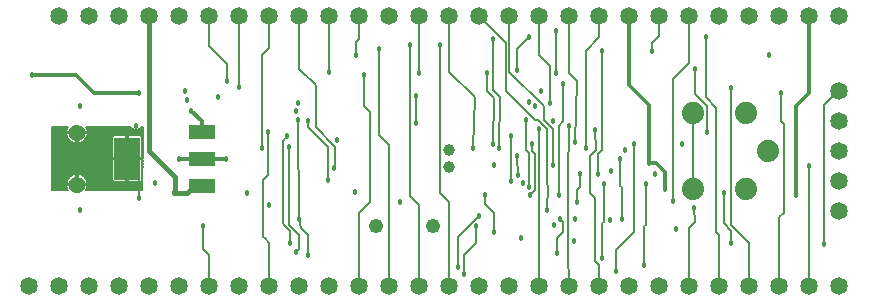
<source format=gbl>
G75*
%MOIN*%
%OFA0B0*%
%FSLAX24Y24*%
%IPPOS*%
%LPD*%
%AMOC8*
5,1,8,0,0,1.08239X$1,22.5*
%
%ADD10C,0.0480*%
%ADD11C,0.0390*%
%ADD12C,0.0561*%
%ADD13C,0.0585*%
%ADD14R,0.0900X0.0500*%
%ADD15R,0.0850X0.1400*%
%ADD16C,0.0740*%
%ADD17C,0.0180*%
%ADD18C,0.0050*%
%ADD19C,0.0120*%
%ADD20C,0.0210*%
%ADD21C,0.0160*%
D10*
X013625Y003425D03*
X015525Y003425D03*
D11*
X016075Y005405D03*
X016075Y005945D03*
D12*
X003656Y006541D03*
X003656Y004809D03*
D13*
X002075Y001425D03*
X003075Y001425D03*
X004075Y001425D03*
X005075Y001425D03*
X006075Y001425D03*
X007075Y001425D03*
X008075Y001425D03*
X009075Y001425D03*
X010075Y001425D03*
X011075Y001425D03*
X012075Y001425D03*
X013075Y001425D03*
X014075Y001425D03*
X015075Y001425D03*
X016075Y001425D03*
X017075Y001425D03*
X018075Y001425D03*
X019075Y001425D03*
X020075Y001425D03*
X021075Y001425D03*
X022075Y001425D03*
X023075Y001425D03*
X024075Y001425D03*
X025075Y001425D03*
X026075Y001425D03*
X027075Y001425D03*
X028075Y001425D03*
X029075Y001425D03*
X029075Y003925D03*
X029075Y004925D03*
X029075Y005925D03*
X029075Y006925D03*
X029075Y007925D03*
X029075Y010425D03*
X028075Y010425D03*
X027075Y010425D03*
X026075Y010425D03*
X025075Y010425D03*
X024075Y010425D03*
X023075Y010425D03*
X022075Y010425D03*
X021075Y010425D03*
X020075Y010425D03*
X019075Y010425D03*
X018075Y010425D03*
X017075Y010425D03*
X016075Y010425D03*
X015075Y010425D03*
X014075Y010425D03*
X013075Y010425D03*
X012075Y010425D03*
X011075Y010425D03*
X010075Y010425D03*
X009075Y010425D03*
X008075Y010425D03*
X007075Y010425D03*
X006075Y010425D03*
X005075Y010425D03*
X004075Y010425D03*
X003075Y010425D03*
D14*
X007825Y006575D03*
X007825Y005675D03*
X007825Y004775D03*
D15*
X005325Y005675D03*
D16*
X024185Y004645D03*
X025965Y004645D03*
X026689Y005925D03*
X025965Y007205D03*
X024185Y007205D03*
D17*
X024675Y006575D03*
X023825Y006175D03*
X022725Y005525D03*
X022925Y005175D03*
X022625Y004825D03*
X023275Y004675D03*
X023525Y004275D03*
X024225Y004025D03*
X025225Y004525D03*
X027625Y004475D03*
X028075Y005425D03*
X023625Y003325D03*
X025475Y002875D03*
X022575Y002125D03*
X021625Y001925D03*
X021175Y002375D03*
X020225Y002925D03*
X019675Y002525D03*
X018475Y003025D03*
X017575Y003225D03*
X016975Y003425D03*
X017075Y003775D03*
X017275Y004475D03*
X018125Y004925D03*
X018375Y005125D03*
X018525Y004875D03*
X018725Y004725D03*
X018775Y004475D03*
X019725Y004475D03*
X020325Y004225D03*
X019325Y003975D03*
X019775Y003675D03*
X019575Y003475D03*
X020275Y003675D03*
X021425Y003625D03*
X021825Y003675D03*
X021225Y004825D03*
X021025Y005175D03*
X020425Y005175D03*
X019525Y005475D03*
X018325Y005775D03*
X017725Y006025D03*
X017525Y006175D03*
X018125Y006425D03*
X018825Y006175D03*
X019075Y006675D03*
X019525Y006925D03*
X020075Y006775D03*
X020925Y006625D03*
X020275Y006225D03*
X020625Y006025D03*
X021775Y005675D03*
X021925Y005975D03*
X022225Y006175D03*
X021475Y005275D03*
X017575Y005475D03*
X016875Y006025D03*
X014975Y006855D03*
X014975Y007775D03*
X013225Y008475D03*
X012075Y008575D03*
X012975Y009125D03*
X013725Y009325D03*
X014775Y009475D03*
X015775Y009475D03*
X017525Y009675D03*
X018725Y009725D03*
X019625Y009925D03*
X021175Y009275D03*
X022825Y009275D03*
X024275Y008675D03*
X025475Y008025D03*
X027125Y007875D03*
X026725Y009125D03*
X024625Y009725D03*
X019875Y008175D03*
X019625Y008525D03*
X018325Y008625D03*
X017325Y008525D03*
X019125Y007925D03*
X018725Y007575D03*
X018925Y007425D03*
X019425Y007525D03*
X018625Y006975D03*
X015075Y008525D03*
X011025Y007525D03*
X010975Y007275D03*
X011025Y006975D03*
X011375Y006925D03*
X010675Y006425D03*
X010025Y006575D03*
X009825Y006025D03*
X010725Y006075D03*
X012325Y006305D03*
X012225Y005375D03*
X012025Y004975D03*
X012925Y004575D03*
X014425Y004225D03*
X011075Y003675D03*
X010075Y004125D03*
X009325Y004525D03*
X007875Y003425D03*
X005725Y004375D03*
X005475Y004725D03*
X006275Y004875D03*
X007075Y005675D03*
X008625Y005675D03*
X005625Y006775D03*
X005425Y006575D03*
X007475Y007275D03*
X007325Y007625D03*
X007275Y007925D03*
X008375Y007725D03*
X009075Y008075D03*
X008675Y008275D03*
X005725Y007875D03*
X003775Y007425D03*
X002175Y008475D03*
X003775Y003975D03*
X010775Y002875D03*
X010975Y002575D03*
X011375Y002475D03*
X016375Y002075D03*
X016575Y001825D03*
X028575Y002825D03*
D18*
X028575Y007475D01*
X029025Y007925D01*
X029075Y007925D01*
X027125Y007875D02*
X027125Y006925D01*
X027225Y006825D01*
X027225Y006525D01*
X027225Y003875D01*
X027075Y003725D01*
X027075Y001425D01*
X026075Y001425D02*
X026075Y002875D01*
X025475Y003475D01*
X025475Y005825D01*
X025475Y005875D01*
X025475Y008025D01*
X024975Y007375D02*
X024625Y007725D01*
X024625Y009725D01*
X023075Y009775D02*
X022825Y009525D01*
X022825Y009275D01*
X023075Y009775D02*
X023075Y010425D01*
X024075Y010425D02*
X024075Y008875D01*
X023525Y008325D01*
X023525Y004275D01*
X024225Y004025D02*
X024275Y003575D01*
X024075Y003375D01*
X024075Y001425D01*
X025075Y001425D02*
X025075Y003125D01*
X024975Y003225D01*
X024975Y007375D01*
X024675Y007425D02*
X024675Y006575D01*
X024185Y007205D02*
X024185Y004645D01*
X025225Y004525D02*
X025225Y003525D01*
X025475Y003275D01*
X025475Y002875D01*
X022625Y003475D02*
X022575Y003425D01*
X022575Y002125D01*
X021625Y001925D02*
X021625Y002625D01*
X022175Y003175D01*
X022225Y003225D01*
X022225Y006175D01*
X021175Y005975D02*
X021025Y005825D01*
X021025Y005175D01*
X020425Y005175D02*
X020425Y004725D01*
X020325Y004625D01*
X020325Y004225D01*
X020775Y004525D02*
X020925Y004375D01*
X020925Y002275D01*
X021075Y002125D01*
X021075Y001425D01*
X020075Y001425D02*
X020075Y001875D01*
X020075Y001975D01*
X020025Y002025D01*
X020025Y005875D01*
X020075Y005925D01*
X020075Y006775D01*
X019875Y006925D02*
X019875Y008175D01*
X020075Y008525D02*
X020325Y008275D01*
X020275Y006225D01*
X020625Y006025D02*
X020625Y009275D01*
X021075Y009725D01*
X021075Y010425D01*
X020075Y010425D02*
X020075Y008525D01*
X019625Y008525D02*
X019625Y009925D01*
X018725Y009725D02*
X018325Y009325D01*
X018325Y008625D01*
X018075Y008575D02*
X019225Y007425D01*
X019225Y006975D01*
X019525Y006675D01*
X019525Y005475D01*
X018925Y005825D02*
X018925Y004625D01*
X018775Y004475D01*
X018725Y004725D02*
X018725Y005875D01*
X018675Y005925D01*
X018625Y005975D01*
X018625Y006975D01*
X018925Y006975D02*
X019025Y006975D01*
X019325Y006675D01*
X019325Y004825D01*
X019375Y004775D01*
X019325Y003975D01*
X019775Y003675D02*
X019875Y003575D01*
X019875Y003225D01*
X019775Y003125D01*
X019675Y003025D01*
X019675Y002525D01*
X021175Y002375D02*
X021175Y003525D01*
X021225Y003575D01*
X021225Y004625D01*
X021225Y004825D01*
X021775Y004775D02*
X021775Y005675D01*
X021175Y005975D02*
X021175Y009275D01*
X019425Y008775D02*
X019425Y007525D01*
X018925Y006975D02*
X017975Y007925D01*
X017975Y007975D01*
X017975Y009525D01*
X017075Y010425D01*
X016075Y010425D02*
X016075Y008575D01*
X016925Y007725D01*
X016875Y006025D01*
X017525Y006175D02*
X017575Y007675D01*
X017525Y007725D01*
X017325Y007925D01*
X017325Y008525D01*
X018075Y008575D02*
X018075Y010425D01*
X019075Y010425D02*
X019075Y009125D01*
X019425Y008775D01*
X017725Y007775D02*
X017525Y007975D01*
X017525Y009675D01*
X015775Y009475D02*
X015775Y004525D01*
X016075Y004225D01*
X016075Y001425D01*
X015075Y001425D02*
X015075Y004125D01*
X014775Y004425D01*
X014775Y009475D01*
X013725Y009325D02*
X013725Y006475D01*
X014075Y006125D01*
X014075Y001425D01*
X013075Y001425D02*
X013075Y003875D01*
X013425Y004225D01*
X013425Y007225D01*
X013225Y007425D01*
X013225Y008475D01*
X012075Y008575D02*
X012075Y010425D01*
X011075Y010425D02*
X011075Y008675D01*
X011625Y008125D01*
X011625Y006725D01*
X012275Y006075D01*
X012275Y005425D01*
X012225Y005375D01*
X012025Y004975D02*
X012025Y006075D01*
X011375Y006725D01*
X011375Y006925D01*
X011025Y006975D02*
X011025Y005325D01*
X011075Y005275D01*
X011075Y003675D01*
X011125Y003375D01*
X011375Y003125D01*
X011375Y002475D01*
X011075Y002675D02*
X010975Y002575D01*
X011075Y002675D02*
X011075Y003075D01*
X011075Y003125D01*
X010725Y003475D01*
X010725Y006075D01*
X010525Y006275D02*
X010525Y003525D01*
X010575Y003475D01*
X010775Y003275D01*
X010775Y002875D01*
X010075Y002875D02*
X009925Y003025D01*
X009875Y003075D01*
X009875Y004975D01*
X009925Y005025D01*
X010025Y005125D01*
X010025Y006575D01*
X010525Y006275D02*
X010675Y006425D01*
X009825Y006025D02*
X009825Y009125D01*
X010075Y009375D01*
X010075Y010425D01*
X009075Y010425D02*
X009075Y008075D01*
X008675Y008275D02*
X008675Y008825D01*
X008425Y009075D01*
X008075Y009425D01*
X008075Y010425D01*
X012975Y009575D02*
X012975Y009125D01*
X012975Y009575D02*
X013075Y009675D01*
X013075Y010425D01*
X015075Y010425D02*
X015075Y008525D01*
X014975Y007775D02*
X014975Y006855D01*
X017725Y006025D02*
X017775Y007725D01*
X017725Y007775D01*
X019725Y006775D02*
X019875Y006925D01*
X019725Y006775D02*
X019725Y004475D01*
X020775Y004525D02*
X020775Y005775D01*
X020825Y005825D01*
X020875Y005875D01*
X020975Y005975D01*
X020925Y006625D01*
X019075Y006675D02*
X019075Y001425D01*
X016575Y001825D02*
X016575Y002475D01*
X016975Y002875D01*
X016975Y003425D01*
X017575Y003225D02*
X017575Y003875D01*
X017275Y004175D01*
X017275Y004475D01*
X018125Y004925D02*
X018125Y006375D01*
X018125Y006425D01*
X018825Y006175D02*
X018825Y005925D01*
X018925Y005825D01*
X018325Y005775D02*
X018375Y005125D01*
X017075Y003775D02*
X016375Y003075D01*
X016375Y002075D01*
X021825Y003675D02*
X021825Y004725D01*
X021775Y004775D01*
X022625Y004825D02*
X022625Y003475D01*
X028075Y005425D02*
X028075Y001425D01*
X024675Y007425D02*
X024275Y007825D01*
X024275Y008675D01*
X010075Y002875D02*
X010075Y001425D01*
X008075Y001425D02*
X008075Y002475D01*
X007875Y002675D01*
X007875Y003425D01*
X005725Y004375D02*
X005725Y005025D01*
X005325Y005425D01*
X005325Y005675D01*
X005350Y005678D02*
X005850Y005678D01*
X005825Y005700D02*
X005825Y006390D01*
X005814Y006417D01*
X005792Y006439D01*
X005765Y006450D01*
X005350Y006450D01*
X005350Y005700D01*
X005300Y005700D01*
X005300Y006450D01*
X004885Y006450D01*
X004858Y006439D01*
X004836Y006417D01*
X004825Y006390D01*
X004825Y005700D01*
X005300Y005700D01*
X005300Y005650D01*
X005350Y005650D01*
X005350Y005700D01*
X005825Y005700D01*
X005825Y005727D02*
X005851Y005727D01*
X005852Y005775D02*
X005825Y005775D01*
X005825Y005824D02*
X005854Y005824D01*
X005855Y005872D02*
X005825Y005872D01*
X005825Y005921D02*
X005856Y005921D01*
X005857Y005969D02*
X005825Y005969D01*
X005825Y006018D02*
X005858Y006018D01*
X005859Y006066D02*
X005825Y006066D01*
X005825Y006115D02*
X005860Y006115D01*
X005862Y006163D02*
X005825Y006163D01*
X005825Y006212D02*
X005863Y006212D01*
X005864Y006260D02*
X005825Y006260D01*
X005825Y006309D02*
X005865Y006309D01*
X005866Y006357D02*
X005825Y006357D01*
X005819Y006406D02*
X005867Y006406D01*
X005869Y006454D02*
X004001Y006454D01*
X003998Y006437D02*
X004012Y006506D01*
X004012Y006516D01*
X003681Y006516D01*
X003681Y006186D01*
X003691Y006186D01*
X003760Y006199D01*
X003824Y006226D01*
X003883Y006265D01*
X003932Y006315D01*
X003971Y006373D01*
X003998Y006437D01*
X003985Y006406D02*
X004831Y006406D01*
X004825Y006357D02*
X003961Y006357D01*
X003926Y006309D02*
X004825Y006309D01*
X004825Y006260D02*
X003875Y006260D01*
X003789Y006212D02*
X004825Y006212D01*
X004825Y006163D02*
X002825Y006163D01*
X002825Y006115D02*
X004825Y006115D01*
X004825Y006066D02*
X002825Y006066D01*
X002825Y006018D02*
X004825Y006018D01*
X004825Y005969D02*
X002825Y005969D01*
X002825Y005921D02*
X004825Y005921D01*
X004825Y005872D02*
X002825Y005872D01*
X002825Y005824D02*
X004825Y005824D01*
X004825Y005775D02*
X002825Y005775D01*
X002825Y005727D02*
X004825Y005727D01*
X004825Y005650D02*
X004825Y004960D01*
X004836Y004933D01*
X004858Y004911D01*
X004885Y004900D01*
X005300Y004900D01*
X005300Y005650D01*
X004825Y005650D01*
X004825Y005630D02*
X002825Y005630D01*
X002825Y005678D02*
X005300Y005678D01*
X005300Y005630D02*
X005350Y005630D01*
X005350Y005650D02*
X005350Y004900D01*
X005765Y004900D01*
X005792Y004911D01*
X005814Y004933D01*
X005825Y004960D01*
X005825Y005650D01*
X005350Y005650D01*
X005350Y005581D02*
X005300Y005581D01*
X005300Y005533D02*
X005350Y005533D01*
X005350Y005484D02*
X005300Y005484D01*
X005300Y005436D02*
X005350Y005436D01*
X005350Y005387D02*
X005300Y005387D01*
X005300Y005339D02*
X005350Y005339D01*
X005350Y005290D02*
X005300Y005290D01*
X005300Y005242D02*
X005350Y005242D01*
X005350Y005193D02*
X005300Y005193D01*
X005300Y005145D02*
X005350Y005145D01*
X005350Y005096D02*
X005300Y005096D01*
X005300Y005048D02*
X005350Y005048D01*
X005350Y004999D02*
X005300Y004999D01*
X005300Y004951D02*
X005350Y004951D01*
X005350Y004902D02*
X005300Y004902D01*
X004880Y004902D02*
X004000Y004902D01*
X003998Y004913D02*
X003971Y004977D01*
X003932Y005035D01*
X003883Y005085D01*
X003824Y005124D01*
X003760Y005151D01*
X003691Y005164D01*
X003681Y005164D01*
X003681Y004834D01*
X003631Y004834D01*
X003631Y005164D01*
X003621Y005164D01*
X003552Y005151D01*
X003488Y005124D01*
X003429Y005085D01*
X003380Y005035D01*
X003341Y004977D01*
X003314Y004913D01*
X003301Y004844D01*
X003301Y004834D01*
X003631Y004834D01*
X003631Y004784D01*
X003301Y004784D01*
X003301Y004774D01*
X003314Y004705D01*
X003341Y004640D01*
X003351Y004625D01*
X002825Y004625D01*
X002825Y006725D01*
X003351Y006725D01*
X003341Y006710D01*
X003314Y006645D01*
X003301Y006576D01*
X003301Y006566D01*
X003631Y006566D01*
X003631Y006516D01*
X003681Y006516D01*
X003681Y006566D01*
X004012Y006566D01*
X004012Y006576D01*
X003998Y006645D01*
X003971Y006710D01*
X003961Y006725D01*
X005460Y006725D01*
X005460Y006707D01*
X005557Y006610D01*
X005693Y006610D01*
X005790Y006707D01*
X005790Y006725D01*
X005875Y006725D01*
X005825Y004625D01*
X003961Y004625D01*
X003971Y004640D01*
X003998Y004705D01*
X004012Y004774D01*
X004012Y004784D01*
X003681Y004784D01*
X003681Y004834D01*
X004012Y004834D01*
X004012Y004844D01*
X003998Y004913D01*
X003982Y004951D02*
X004829Y004951D01*
X004825Y004999D02*
X003957Y004999D01*
X003920Y005048D02*
X004825Y005048D01*
X004825Y005096D02*
X003866Y005096D01*
X003775Y005145D02*
X004825Y005145D01*
X004825Y005193D02*
X002825Y005193D01*
X002825Y005145D02*
X003537Y005145D01*
X003631Y005145D02*
X003681Y005145D01*
X003681Y005096D02*
X003631Y005096D01*
X003631Y005048D02*
X003681Y005048D01*
X003681Y004999D02*
X003631Y004999D01*
X003631Y004951D02*
X003681Y004951D01*
X003681Y004902D02*
X003631Y004902D01*
X003631Y004854D02*
X003681Y004854D01*
X003681Y004805D02*
X005829Y004805D01*
X005828Y004757D02*
X004008Y004757D01*
X003999Y004708D02*
X005827Y004708D01*
X005826Y004660D02*
X003979Y004660D01*
X004010Y004854D02*
X005830Y004854D01*
X005832Y004902D02*
X005770Y004902D01*
X005821Y004951D02*
X005833Y004951D01*
X005825Y004999D02*
X005834Y004999D01*
X005825Y005048D02*
X005835Y005048D01*
X005836Y005096D02*
X005825Y005096D01*
X005825Y005145D02*
X005837Y005145D01*
X005839Y005193D02*
X005825Y005193D01*
X005825Y005242D02*
X005840Y005242D01*
X005841Y005290D02*
X005825Y005290D01*
X005825Y005339D02*
X005842Y005339D01*
X005843Y005387D02*
X005825Y005387D01*
X005825Y005436D02*
X005844Y005436D01*
X005845Y005484D02*
X005825Y005484D01*
X005825Y005533D02*
X005847Y005533D01*
X005848Y005581D02*
X005825Y005581D01*
X005825Y005630D02*
X005849Y005630D01*
X005350Y005727D02*
X005300Y005727D01*
X005300Y005775D02*
X005350Y005775D01*
X005350Y005824D02*
X005300Y005824D01*
X005300Y005872D02*
X005350Y005872D01*
X005350Y005921D02*
X005300Y005921D01*
X005300Y005969D02*
X005350Y005969D01*
X005350Y006018D02*
X005300Y006018D01*
X005300Y006066D02*
X005350Y006066D01*
X005350Y006115D02*
X005300Y006115D01*
X005300Y006163D02*
X005350Y006163D01*
X005350Y006212D02*
X005300Y006212D01*
X005300Y006260D02*
X005350Y006260D01*
X005350Y006309D02*
X005300Y006309D01*
X005300Y006357D02*
X005350Y006357D01*
X005350Y006406D02*
X005300Y006406D01*
X005519Y006648D02*
X003997Y006648D01*
X004007Y006600D02*
X005872Y006600D01*
X005873Y006648D02*
X005731Y006648D01*
X005780Y006697D02*
X005874Y006697D01*
X005470Y006697D02*
X003977Y006697D01*
X004011Y006503D02*
X005870Y006503D01*
X005871Y006551D02*
X003681Y006551D01*
X003681Y006503D02*
X003631Y006503D01*
X003631Y006516D02*
X003631Y006186D01*
X003621Y006186D01*
X003552Y006199D01*
X003488Y006226D01*
X003429Y006265D01*
X003380Y006315D01*
X003341Y006373D01*
X003314Y006437D01*
X003301Y006506D01*
X003301Y006516D01*
X003631Y006516D01*
X003631Y006551D02*
X002825Y006551D01*
X002825Y006503D02*
X003301Y006503D01*
X003311Y006454D02*
X002825Y006454D01*
X002825Y006406D02*
X003327Y006406D01*
X003352Y006357D02*
X002825Y006357D01*
X002825Y006309D02*
X003386Y006309D01*
X003437Y006260D02*
X002825Y006260D01*
X002825Y006212D02*
X003523Y006212D01*
X003631Y006212D02*
X003681Y006212D01*
X003681Y006260D02*
X003631Y006260D01*
X003631Y006309D02*
X003681Y006309D01*
X003681Y006357D02*
X003631Y006357D01*
X003631Y006406D02*
X003681Y006406D01*
X003681Y006454D02*
X003631Y006454D01*
X003305Y006600D02*
X002825Y006600D01*
X002825Y006648D02*
X003316Y006648D01*
X003336Y006697D02*
X002825Y006697D01*
X002825Y005581D02*
X004825Y005581D01*
X004825Y005533D02*
X002825Y005533D01*
X002825Y005484D02*
X004825Y005484D01*
X004825Y005436D02*
X002825Y005436D01*
X002825Y005387D02*
X004825Y005387D01*
X004825Y005339D02*
X002825Y005339D01*
X002825Y005290D02*
X004825Y005290D01*
X004825Y005242D02*
X002825Y005242D01*
X002825Y005096D02*
X003446Y005096D01*
X003392Y005048D02*
X002825Y005048D01*
X002825Y004999D02*
X003356Y004999D01*
X003330Y004951D02*
X002825Y004951D01*
X002825Y004902D02*
X003312Y004902D01*
X003303Y004854D02*
X002825Y004854D01*
X002825Y004805D02*
X003631Y004805D01*
X003304Y004757D02*
X002825Y004757D01*
X002825Y004708D02*
X003314Y004708D01*
X003333Y004660D02*
X002825Y004660D01*
D19*
X007075Y005675D02*
X007825Y005675D01*
X008625Y005675D01*
X007825Y006575D02*
X007825Y006925D01*
X007475Y007275D01*
X005725Y007875D02*
X004225Y007875D01*
X003625Y008475D01*
X002175Y008475D01*
X022075Y008125D02*
X022725Y007475D01*
X022725Y005525D01*
X022975Y005525D01*
X023275Y005225D01*
X023275Y004675D01*
X027625Y004475D02*
X027625Y007425D01*
X028075Y007875D01*
X028075Y010425D01*
X022075Y010425D02*
X022075Y008125D01*
D20*
X006925Y004525D03*
D21*
X007325Y004525D01*
X007525Y004725D01*
X007775Y004725D01*
X007825Y004775D01*
X006925Y004525D02*
X006925Y005075D01*
X006075Y005925D01*
X006075Y010425D01*
M02*

</source>
